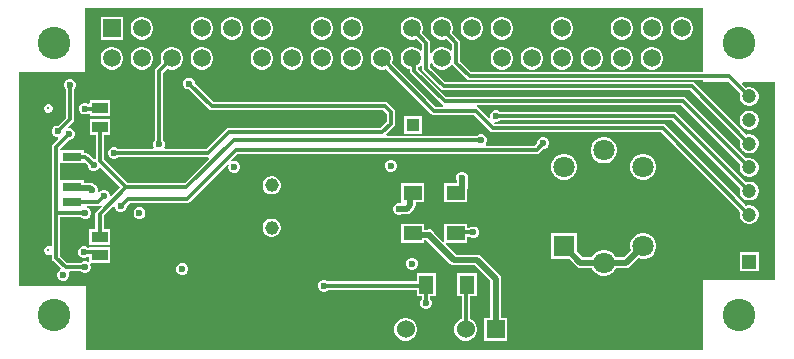
<source format=gtl>
G04*
G04 #@! TF.GenerationSoftware,Altium Limited,Altium Designer,22.3.1 (43)*
G04*
G04 Layer_Physical_Order=1*
G04 Layer_Color=255*
%FSLAX25Y25*%
%MOIN*%
G70*
G04*
G04 #@! TF.SameCoordinates,CFB6BFBE-1D4E-4C59-BBC9-44663F7F7C7A*
G04*
G04*
G04 #@! TF.FilePolarity,Positive*
G04*
G01*
G75*
%ADD16R,0.06102X0.04921*%
%ADD17R,0.04921X0.06102*%
%ADD18R,0.05315X0.03740*%
%ADD19R,0.06299X0.02756*%
%ADD34R,0.04528X0.04528*%
%ADD35C,0.04528*%
%ADD36C,0.01280*%
%ADD39C,0.01181*%
%ADD40C,0.01968*%
%ADD41R,0.06024X0.06024*%
%ADD42C,0.06024*%
%ADD43C,0.05906*%
%ADD44R,0.05906X0.05906*%
%ADD45C,0.04331*%
%ADD46R,0.04331X0.04331*%
%ADD47R,0.04724X0.04724*%
%ADD48C,0.04724*%
%ADD49R,0.07087X0.07087*%
%ADD50C,0.07087*%
%ADD51C,0.10827*%
%ADD52C,0.02362*%
G36*
X229921Y94791D02*
X152798D01*
X149082Y98507D01*
Y104606D01*
X148975Y105144D01*
X148671Y105600D01*
X146418Y107852D01*
X146438Y107887D01*
X146693Y108838D01*
Y109823D01*
X146438Y110774D01*
X145946Y111627D01*
X145249Y112324D01*
X144396Y112816D01*
X143445Y113071D01*
X142460D01*
X141509Y112816D01*
X140656Y112324D01*
X139960Y111627D01*
X139468Y110774D01*
X139213Y109823D01*
Y108838D01*
X139468Y107887D01*
X139960Y107034D01*
X140656Y106338D01*
X141509Y105845D01*
X142460Y105591D01*
X143445D01*
X144396Y105845D01*
X144431Y105866D01*
X146272Y104024D01*
Y102008D01*
X145772Y101801D01*
X145249Y102324D01*
X144396Y102816D01*
X143445Y103071D01*
X142460D01*
X141509Y102816D01*
X140656Y102324D01*
X139960Y101627D01*
X139582Y100973D01*
X139082Y101107D01*
Y104606D01*
X138975Y105144D01*
X138671Y105600D01*
X136418Y107852D01*
X136438Y107887D01*
X136693Y108838D01*
Y109823D01*
X136438Y110774D01*
X135946Y111627D01*
X135249Y112324D01*
X134396Y112816D01*
X133445Y113071D01*
X132460D01*
X131509Y112816D01*
X130656Y112324D01*
X129960Y111627D01*
X129467Y110774D01*
X129213Y109823D01*
Y108838D01*
X129467Y107887D01*
X129960Y107034D01*
X130656Y106338D01*
X131509Y105845D01*
X132460Y105591D01*
X133445D01*
X134396Y105845D01*
X134431Y105866D01*
X136272Y104024D01*
Y102008D01*
X135772Y101801D01*
X135249Y102324D01*
X134396Y102816D01*
X133445Y103071D01*
X132460D01*
X131509Y102816D01*
X130656Y102324D01*
X129960Y101627D01*
X129467Y100774D01*
X129213Y99823D01*
Y98838D01*
X129467Y97887D01*
X129960Y97034D01*
X130656Y96338D01*
X131509Y95846D01*
X132301Y95633D01*
Y95231D01*
X132408Y94693D01*
X132713Y94238D01*
X142904Y84046D01*
X143360Y83741D01*
X143488Y83716D01*
X143438Y83216D01*
X141054D01*
X126418Y97852D01*
X126438Y97887D01*
X126693Y98838D01*
Y99823D01*
X126438Y100774D01*
X125946Y101627D01*
X125249Y102324D01*
X124396Y102816D01*
X123445Y103071D01*
X122460D01*
X121509Y102816D01*
X120656Y102324D01*
X119960Y101627D01*
X119467Y100774D01*
X119213Y99823D01*
Y98838D01*
X119467Y97887D01*
X119960Y97034D01*
X120656Y96338D01*
X121509Y95846D01*
X122460Y95591D01*
X123445D01*
X124396Y95846D01*
X124431Y95865D01*
X139479Y80818D01*
X139935Y80513D01*
X140472Y80406D01*
X153670D01*
X158967Y75109D01*
X159423Y74804D01*
X159961Y74697D01*
X215953D01*
X242402Y48249D01*
X242244Y47659D01*
Y46829D01*
X242459Y46028D01*
X242873Y45310D01*
X243460Y44724D01*
X244178Y44309D01*
X244979Y44094D01*
X245808D01*
X246609Y44309D01*
X247328Y44724D01*
X247914Y45310D01*
X248329Y46028D01*
X248543Y46829D01*
Y47659D01*
X248329Y48460D01*
X247914Y49178D01*
X247328Y49764D01*
X246609Y50179D01*
X245808Y50394D01*
X244979D01*
X244389Y50236D01*
X217529Y77096D01*
X217073Y77400D01*
X216535Y77507D01*
X160617D01*
X160447Y77727D01*
X160539Y77958D01*
X160721Y78189D01*
X161415D01*
X162139Y78489D01*
X162363Y78713D01*
X219812D01*
X242402Y56123D01*
X242244Y55533D01*
Y54703D01*
X242459Y53902D01*
X242873Y53184D01*
X243460Y52598D01*
X244178Y52183D01*
X244979Y51968D01*
X245808D01*
X246609Y52183D01*
X247328Y52598D01*
X247914Y53184D01*
X248329Y53902D01*
X248543Y54703D01*
Y55533D01*
X248329Y56334D01*
X247914Y57052D01*
X247328Y57638D01*
X246609Y58053D01*
X245808Y58268D01*
X244979D01*
X244389Y58110D01*
X221387Y81112D01*
X220931Y81416D01*
X220394Y81523D01*
X162442D01*
X162139Y81826D01*
X161415Y82126D01*
X160632D01*
X159908Y81826D01*
X159355Y81273D01*
X159055Y80549D01*
Y79766D01*
X159100Y79657D01*
X158677Y79373D01*
X155245Y82805D01*
X154790Y83109D01*
X154662Y83134D01*
X154711Y83634D01*
X222764D01*
X242402Y63997D01*
X242244Y63407D01*
Y62577D01*
X242459Y61776D01*
X242873Y61058D01*
X243460Y60472D01*
X244178Y60057D01*
X244979Y59842D01*
X245808D01*
X246609Y60057D01*
X247328Y60472D01*
X247914Y61058D01*
X248329Y61776D01*
X248543Y62577D01*
Y63407D01*
X248329Y64208D01*
X247914Y64926D01*
X247328Y65512D01*
X246609Y65927D01*
X245808Y66142D01*
X244979D01*
X244389Y65984D01*
X224340Y86033D01*
X223884Y86337D01*
X223346Y86444D01*
X144480D01*
X135129Y95794D01*
X135166Y96290D01*
X135249Y96338D01*
X135772Y96861D01*
X136272Y96654D01*
Y95945D01*
X136379Y95407D01*
X136684Y94951D01*
X142589Y89046D01*
X143045Y88741D01*
X143583Y88634D01*
X225639D01*
X242402Y71871D01*
X242244Y71281D01*
Y70451D01*
X242459Y69650D01*
X242873Y68932D01*
X243460Y68346D01*
X244178Y67931D01*
X244979Y67716D01*
X245808D01*
X246609Y67931D01*
X247328Y68346D01*
X247914Y68932D01*
X248329Y69650D01*
X248543Y70451D01*
Y71281D01*
X248329Y72082D01*
X247914Y72800D01*
X247328Y73387D01*
X246609Y73801D01*
X245808Y74016D01*
X244979D01*
X244389Y73858D01*
X227214Y91033D01*
X226758Y91337D01*
X226220Y91444D01*
X144165D01*
X139082Y96527D01*
Y97555D01*
X139582Y97689D01*
X139960Y97034D01*
X140656Y96338D01*
X141509Y95846D01*
X142460Y95591D01*
X143445D01*
X144396Y95846D01*
X145249Y96338D01*
X145946Y97034D01*
X145977Y97089D01*
X146566Y97108D01*
X146684Y96931D01*
X151223Y92392D01*
X151679Y92088D01*
X152216Y91981D01*
X229921D01*
Y91339D01*
X238682D01*
X242402Y87619D01*
X242244Y87029D01*
Y86199D01*
X242459Y85399D01*
X242873Y84680D01*
X243460Y84094D01*
X244178Y83679D01*
X244979Y83465D01*
X245808D01*
X246609Y83679D01*
X247328Y84094D01*
X247914Y84680D01*
X248329Y85399D01*
X248543Y86199D01*
Y87029D01*
X248329Y87830D01*
X247914Y88548D01*
X247328Y89135D01*
X246609Y89549D01*
X245808Y89764D01*
X244979D01*
X244389Y89606D01*
X243118Y90877D01*
X243309Y91339D01*
X253937D01*
Y25591D01*
X229921D01*
Y1969D01*
X24409D01*
Y23425D01*
X1969D01*
Y94882D01*
X24016D01*
Y116142D01*
X229921D01*
Y94791D01*
D02*
G37*
%LPC*%
G36*
X223445Y113071D02*
X222460D01*
X221509Y112816D01*
X220656Y112324D01*
X219960Y111627D01*
X219467Y110774D01*
X219213Y109823D01*
Y108838D01*
X219467Y107887D01*
X219960Y107034D01*
X220656Y106338D01*
X221509Y105845D01*
X222460Y105591D01*
X223445D01*
X224396Y105845D01*
X225249Y106338D01*
X225946Y107034D01*
X226438Y107887D01*
X226693Y108838D01*
Y109823D01*
X226438Y110774D01*
X225946Y111627D01*
X225249Y112324D01*
X224396Y112816D01*
X223445Y113071D01*
D02*
G37*
G36*
X213445D02*
X212460D01*
X211509Y112816D01*
X210656Y112324D01*
X209960Y111627D01*
X209468Y110774D01*
X209213Y109823D01*
Y108838D01*
X209468Y107887D01*
X209960Y107034D01*
X210656Y106338D01*
X211509Y105845D01*
X212460Y105591D01*
X213445D01*
X214396Y105845D01*
X215249Y106338D01*
X215946Y107034D01*
X216438Y107887D01*
X216693Y108838D01*
Y109823D01*
X216438Y110774D01*
X215946Y111627D01*
X215249Y112324D01*
X214396Y112816D01*
X213445Y113071D01*
D02*
G37*
G36*
X203445D02*
X202460D01*
X201509Y112816D01*
X200656Y112324D01*
X199960Y111627D01*
X199468Y110774D01*
X199213Y109823D01*
Y108838D01*
X199468Y107887D01*
X199960Y107034D01*
X200656Y106338D01*
X201509Y105845D01*
X202460Y105591D01*
X203445D01*
X204396Y105845D01*
X205249Y106338D01*
X205946Y107034D01*
X206438Y107887D01*
X206693Y108838D01*
Y109823D01*
X206438Y110774D01*
X205946Y111627D01*
X205249Y112324D01*
X204396Y112816D01*
X203445Y113071D01*
D02*
G37*
G36*
X183445D02*
X182460D01*
X181509Y112816D01*
X180656Y112324D01*
X179960Y111627D01*
X179467Y110774D01*
X179213Y109823D01*
Y108838D01*
X179467Y107887D01*
X179960Y107034D01*
X180656Y106338D01*
X181509Y105845D01*
X182460Y105591D01*
X183445D01*
X184396Y105845D01*
X185249Y106338D01*
X185946Y107034D01*
X186438Y107887D01*
X186693Y108838D01*
Y109823D01*
X186438Y110774D01*
X185946Y111627D01*
X185249Y112324D01*
X184396Y112816D01*
X183445Y113071D01*
D02*
G37*
G36*
X163445D02*
X162460D01*
X161509Y112816D01*
X160656Y112324D01*
X159960Y111627D01*
X159467Y110774D01*
X159213Y109823D01*
Y108838D01*
X159467Y107887D01*
X159960Y107034D01*
X160656Y106338D01*
X161509Y105845D01*
X162460Y105591D01*
X163445D01*
X164396Y105845D01*
X165249Y106338D01*
X165946Y107034D01*
X166438Y107887D01*
X166693Y108838D01*
Y109823D01*
X166438Y110774D01*
X165946Y111627D01*
X165249Y112324D01*
X164396Y112816D01*
X163445Y113071D01*
D02*
G37*
G36*
X153445D02*
X152460D01*
X151509Y112816D01*
X150656Y112324D01*
X149960Y111627D01*
X149468Y110774D01*
X149213Y109823D01*
Y108838D01*
X149468Y107887D01*
X149960Y107034D01*
X150656Y106338D01*
X151509Y105845D01*
X152460Y105591D01*
X153445D01*
X154396Y105845D01*
X155249Y106338D01*
X155946Y107034D01*
X156438Y107887D01*
X156693Y108838D01*
Y109823D01*
X156438Y110774D01*
X155946Y111627D01*
X155249Y112324D01*
X154396Y112816D01*
X153445Y113071D01*
D02*
G37*
G36*
X113445D02*
X112460D01*
X111509Y112816D01*
X110656Y112324D01*
X109960Y111627D01*
X109467Y110774D01*
X109213Y109823D01*
Y108838D01*
X109467Y107887D01*
X109960Y107034D01*
X110656Y106338D01*
X111509Y105845D01*
X112460Y105591D01*
X113445D01*
X114396Y105845D01*
X115249Y106338D01*
X115946Y107034D01*
X116438Y107887D01*
X116693Y108838D01*
Y109823D01*
X116438Y110774D01*
X115946Y111627D01*
X115249Y112324D01*
X114396Y112816D01*
X113445Y113071D01*
D02*
G37*
G36*
X103445D02*
X102460D01*
X101509Y112816D01*
X100656Y112324D01*
X99960Y111627D01*
X99467Y110774D01*
X99213Y109823D01*
Y108838D01*
X99467Y107887D01*
X99960Y107034D01*
X100656Y106338D01*
X101509Y105845D01*
X102460Y105591D01*
X103445D01*
X104396Y105845D01*
X105249Y106338D01*
X105946Y107034D01*
X106438Y107887D01*
X106693Y108838D01*
Y109823D01*
X106438Y110774D01*
X105946Y111627D01*
X105249Y112324D01*
X104396Y112816D01*
X103445Y113071D01*
D02*
G37*
G36*
X83445D02*
X82460D01*
X81509Y112816D01*
X80656Y112324D01*
X79960Y111627D01*
X79467Y110774D01*
X79213Y109823D01*
Y108838D01*
X79467Y107887D01*
X79960Y107034D01*
X80656Y106338D01*
X81509Y105845D01*
X82460Y105591D01*
X83445D01*
X84396Y105845D01*
X85249Y106338D01*
X85946Y107034D01*
X86438Y107887D01*
X86693Y108838D01*
Y109823D01*
X86438Y110774D01*
X85946Y111627D01*
X85249Y112324D01*
X84396Y112816D01*
X83445Y113071D01*
D02*
G37*
G36*
X73445D02*
X72460D01*
X71509Y112816D01*
X70656Y112324D01*
X69960Y111627D01*
X69468Y110774D01*
X69213Y109823D01*
Y108838D01*
X69468Y107887D01*
X69960Y107034D01*
X70656Y106338D01*
X71509Y105845D01*
X72460Y105591D01*
X73445D01*
X74396Y105845D01*
X75249Y106338D01*
X75946Y107034D01*
X76438Y107887D01*
X76693Y108838D01*
Y109823D01*
X76438Y110774D01*
X75946Y111627D01*
X75249Y112324D01*
X74396Y112816D01*
X73445Y113071D01*
D02*
G37*
G36*
X63445D02*
X62460D01*
X61509Y112816D01*
X60656Y112324D01*
X59960Y111627D01*
X59468Y110774D01*
X59213Y109823D01*
Y108838D01*
X59468Y107887D01*
X59960Y107034D01*
X60656Y106338D01*
X61509Y105845D01*
X62460Y105591D01*
X63445D01*
X64396Y105845D01*
X65249Y106338D01*
X65946Y107034D01*
X66438Y107887D01*
X66693Y108838D01*
Y109823D01*
X66438Y110774D01*
X65946Y111627D01*
X65249Y112324D01*
X64396Y112816D01*
X63445Y113071D01*
D02*
G37*
G36*
X43445D02*
X42460D01*
X41509Y112816D01*
X40656Y112324D01*
X39960Y111627D01*
X39467Y110774D01*
X39213Y109823D01*
Y108838D01*
X39467Y107887D01*
X39960Y107034D01*
X40656Y106338D01*
X41509Y105845D01*
X42460Y105591D01*
X43445D01*
X44396Y105845D01*
X45249Y106338D01*
X45946Y107034D01*
X46438Y107887D01*
X46693Y108838D01*
Y109823D01*
X46438Y110774D01*
X45946Y111627D01*
X45249Y112324D01*
X44396Y112816D01*
X43445Y113071D01*
D02*
G37*
G36*
X36693D02*
X29213D01*
Y105591D01*
X36693D01*
Y113071D01*
D02*
G37*
G36*
X213445Y103071D02*
X212460D01*
X211509Y102816D01*
X210656Y102324D01*
X209960Y101627D01*
X209468Y100774D01*
X209213Y99823D01*
Y98838D01*
X209468Y97887D01*
X209960Y97034D01*
X210656Y96338D01*
X211509Y95846D01*
X212460Y95591D01*
X213445D01*
X214396Y95846D01*
X215249Y96338D01*
X215946Y97034D01*
X216438Y97887D01*
X216693Y98838D01*
Y99823D01*
X216438Y100774D01*
X215946Y101627D01*
X215249Y102324D01*
X214396Y102816D01*
X213445Y103071D01*
D02*
G37*
G36*
X203445D02*
X202460D01*
X201509Y102816D01*
X200656Y102324D01*
X199960Y101627D01*
X199468Y100774D01*
X199213Y99823D01*
Y98838D01*
X199468Y97887D01*
X199960Y97034D01*
X200656Y96338D01*
X201509Y95846D01*
X202460Y95591D01*
X203445D01*
X204396Y95846D01*
X205249Y96338D01*
X205946Y97034D01*
X206438Y97887D01*
X206693Y98838D01*
Y99823D01*
X206438Y100774D01*
X205946Y101627D01*
X205249Y102324D01*
X204396Y102816D01*
X203445Y103071D01*
D02*
G37*
G36*
X193445D02*
X192460D01*
X191509Y102816D01*
X190656Y102324D01*
X189960Y101627D01*
X189468Y100774D01*
X189213Y99823D01*
Y98838D01*
X189468Y97887D01*
X189960Y97034D01*
X190656Y96338D01*
X191509Y95846D01*
X192460Y95591D01*
X193445D01*
X194396Y95846D01*
X195249Y96338D01*
X195946Y97034D01*
X196438Y97887D01*
X196693Y98838D01*
Y99823D01*
X196438Y100774D01*
X195946Y101627D01*
X195249Y102324D01*
X194396Y102816D01*
X193445Y103071D01*
D02*
G37*
G36*
X183445D02*
X182460D01*
X181509Y102816D01*
X180656Y102324D01*
X179960Y101627D01*
X179467Y100774D01*
X179213Y99823D01*
Y98838D01*
X179467Y97887D01*
X179960Y97034D01*
X180656Y96338D01*
X181509Y95846D01*
X182460Y95591D01*
X183445D01*
X184396Y95846D01*
X185249Y96338D01*
X185946Y97034D01*
X186438Y97887D01*
X186693Y98838D01*
Y99823D01*
X186438Y100774D01*
X185946Y101627D01*
X185249Y102324D01*
X184396Y102816D01*
X183445Y103071D01*
D02*
G37*
G36*
X173445D02*
X172460D01*
X171509Y102816D01*
X170656Y102324D01*
X169960Y101627D01*
X169467Y100774D01*
X169213Y99823D01*
Y98838D01*
X169467Y97887D01*
X169960Y97034D01*
X170656Y96338D01*
X171509Y95846D01*
X172460Y95591D01*
X173445D01*
X174396Y95846D01*
X175249Y96338D01*
X175946Y97034D01*
X176438Y97887D01*
X176693Y98838D01*
Y99823D01*
X176438Y100774D01*
X175946Y101627D01*
X175249Y102324D01*
X174396Y102816D01*
X173445Y103071D01*
D02*
G37*
G36*
X163445D02*
X162460D01*
X161509Y102816D01*
X160656Y102324D01*
X159960Y101627D01*
X159467Y100774D01*
X159213Y99823D01*
Y98838D01*
X159467Y97887D01*
X159960Y97034D01*
X160656Y96338D01*
X161509Y95846D01*
X162460Y95591D01*
X163445D01*
X164396Y95846D01*
X165249Y96338D01*
X165946Y97034D01*
X166438Y97887D01*
X166693Y98838D01*
Y99823D01*
X166438Y100774D01*
X165946Y101627D01*
X165249Y102324D01*
X164396Y102816D01*
X163445Y103071D01*
D02*
G37*
G36*
X113445D02*
X112460D01*
X111509Y102816D01*
X110656Y102324D01*
X109960Y101627D01*
X109467Y100774D01*
X109213Y99823D01*
Y98838D01*
X109467Y97887D01*
X109960Y97034D01*
X110656Y96338D01*
X111509Y95846D01*
X112460Y95591D01*
X113445D01*
X114396Y95846D01*
X115249Y96338D01*
X115946Y97034D01*
X116438Y97887D01*
X116693Y98838D01*
Y99823D01*
X116438Y100774D01*
X115946Y101627D01*
X115249Y102324D01*
X114396Y102816D01*
X113445Y103071D01*
D02*
G37*
G36*
X103445D02*
X102460D01*
X101509Y102816D01*
X100656Y102324D01*
X99960Y101627D01*
X99467Y100774D01*
X99213Y99823D01*
Y98838D01*
X99467Y97887D01*
X99960Y97034D01*
X100656Y96338D01*
X101509Y95846D01*
X102460Y95591D01*
X103445D01*
X104396Y95846D01*
X105249Y96338D01*
X105946Y97034D01*
X106438Y97887D01*
X106693Y98838D01*
Y99823D01*
X106438Y100774D01*
X105946Y101627D01*
X105249Y102324D01*
X104396Y102816D01*
X103445Y103071D01*
D02*
G37*
G36*
X93445D02*
X92460D01*
X91509Y102816D01*
X90656Y102324D01*
X89960Y101627D01*
X89468Y100774D01*
X89213Y99823D01*
Y98838D01*
X89468Y97887D01*
X89960Y97034D01*
X90656Y96338D01*
X91509Y95846D01*
X92460Y95591D01*
X93445D01*
X94396Y95846D01*
X95249Y96338D01*
X95946Y97034D01*
X96438Y97887D01*
X96693Y98838D01*
Y99823D01*
X96438Y100774D01*
X95946Y101627D01*
X95249Y102324D01*
X94396Y102816D01*
X93445Y103071D01*
D02*
G37*
G36*
X83445D02*
X82460D01*
X81509Y102816D01*
X80656Y102324D01*
X79960Y101627D01*
X79467Y100774D01*
X79213Y99823D01*
Y98838D01*
X79467Y97887D01*
X79960Y97034D01*
X80656Y96338D01*
X81509Y95846D01*
X82460Y95591D01*
X83445D01*
X84396Y95846D01*
X85249Y96338D01*
X85946Y97034D01*
X86438Y97887D01*
X86693Y98838D01*
Y99823D01*
X86438Y100774D01*
X85946Y101627D01*
X85249Y102324D01*
X84396Y102816D01*
X83445Y103071D01*
D02*
G37*
G36*
X63445D02*
X62460D01*
X61509Y102816D01*
X60656Y102324D01*
X59960Y101627D01*
X59468Y100774D01*
X59213Y99823D01*
Y98838D01*
X59468Y97887D01*
X59960Y97034D01*
X60656Y96338D01*
X61509Y95846D01*
X62460Y95591D01*
X63445D01*
X64396Y95846D01*
X65249Y96338D01*
X65946Y97034D01*
X66438Y97887D01*
X66693Y98838D01*
Y99823D01*
X66438Y100774D01*
X65946Y101627D01*
X65249Y102324D01*
X64396Y102816D01*
X63445Y103071D01*
D02*
G37*
G36*
X53445D02*
X52460D01*
X51509Y102816D01*
X50656Y102324D01*
X49960Y101627D01*
X49468Y100774D01*
X49213Y99823D01*
Y98838D01*
X49468Y97887D01*
X49488Y97852D01*
X47707Y96072D01*
X47403Y95616D01*
X47296Y95079D01*
Y72009D01*
X47032Y71745D01*
X46732Y71021D01*
Y70238D01*
X46971Y69661D01*
X46733Y69161D01*
X35080D01*
X34816Y69425D01*
X34092Y69724D01*
X33309D01*
X32586Y69425D01*
X32032Y68871D01*
X31732Y68147D01*
Y67364D01*
X32032Y66641D01*
X32586Y66087D01*
X33309Y65787D01*
X34092D01*
X34816Y66087D01*
X35080Y66351D01*
X65039D01*
X65140Y66371D01*
X65386Y65910D01*
X57227Y57751D01*
X38407D01*
X30460Y65697D01*
Y73898D01*
X32500D01*
Y79213D01*
X25610D01*
Y73898D01*
X27650D01*
Y65876D01*
X27281Y65630D01*
X26908D01*
X25049Y67489D01*
X24593Y67794D01*
X24055Y67901D01*
X23563D01*
Y68661D01*
X15814D01*
Y69221D01*
X18641Y72047D01*
X19014D01*
X19737Y72347D01*
X20291Y72901D01*
X20591Y73624D01*
Y74407D01*
X20291Y75131D01*
X19737Y75685D01*
X19014Y75984D01*
X18599D01*
X18392Y76484D01*
X19930Y78022D01*
X20235Y78478D01*
X20342Y79016D01*
Y89094D01*
X20606Y89357D01*
X20906Y90081D01*
Y90864D01*
X20606Y91588D01*
X20052Y92141D01*
X19329Y92441D01*
X18545D01*
X17822Y92141D01*
X17268Y91588D01*
X16969Y90864D01*
Y90081D01*
X17268Y89357D01*
X17532Y89094D01*
Y79598D01*
X14863Y76929D01*
X14490D01*
X13767Y76629D01*
X13213Y76076D01*
X12913Y75352D01*
Y74569D01*
X13213Y73846D01*
X13767Y73292D01*
X14490Y72992D01*
X14904D01*
X15112Y72492D01*
X13416Y70797D01*
X13111Y70341D01*
X13004Y69803D01*
Y47835D01*
Y36844D01*
X12799Y36710D01*
X12505Y36594D01*
X12052Y36781D01*
X11485D01*
X10960Y36564D01*
X10559Y36163D01*
X10341Y35638D01*
Y35070D01*
X10559Y34546D01*
X10960Y34144D01*
X11485Y33927D01*
X12052D01*
X12505Y34114D01*
X12799Y33999D01*
X13004Y33865D01*
Y32795D01*
X13111Y32258D01*
X13416Y31802D01*
X15869Y29349D01*
X15771Y28859D01*
X15617Y28795D01*
X15064Y28241D01*
X14764Y27518D01*
Y26734D01*
X15064Y26011D01*
X15617Y25457D01*
X16341Y25157D01*
X17124D01*
X17847Y25457D01*
X18401Y26011D01*
X18701Y26734D01*
Y27518D01*
X18592Y27780D01*
X18926Y28280D01*
X22597D01*
X22861Y28016D01*
X23585Y27716D01*
X24368D01*
X25091Y28016D01*
X25645Y28570D01*
X25945Y29294D01*
Y30077D01*
X25760Y30524D01*
X26075Y31024D01*
X32303D01*
Y36339D01*
X25413D01*
Y36262D01*
X24913Y36138D01*
X24737Y36314D01*
X24014Y36614D01*
X23231D01*
X22507Y36314D01*
X21953Y35761D01*
X21654Y35037D01*
Y34254D01*
X21953Y33531D01*
X22507Y32977D01*
X23231Y32677D01*
X24014D01*
X24737Y32977D01*
X24913Y33153D01*
X25413Y33029D01*
Y31685D01*
X24913Y31428D01*
X24368Y31653D01*
X23585D01*
X22861Y31354D01*
X22597Y31090D01*
X18102D01*
X15814Y33377D01*
Y46312D01*
X22715D01*
X22979Y46048D01*
X23703Y45748D01*
X24486D01*
X25210Y46048D01*
X25763Y46602D01*
X26063Y47325D01*
Y48108D01*
X25763Y48832D01*
X25210Y49385D01*
X24713Y49591D01*
X24812Y50091D01*
X28186D01*
X28724Y50198D01*
X29180Y50503D01*
X29514Y50141D01*
X27865Y48492D01*
X27560Y48036D01*
X27453Y47499D01*
Y42441D01*
X25413D01*
Y37126D01*
X32303D01*
Y42441D01*
X30263D01*
Y46917D01*
X33398Y50051D01*
X33898Y49844D01*
Y49648D01*
X34197Y48924D01*
X34751Y48371D01*
X35475Y48071D01*
X36258D01*
X36981Y48371D01*
X37535Y48924D01*
X37835Y49648D01*
Y50021D01*
X38889Y51075D01*
X57874D01*
X58412Y51182D01*
X58868Y51487D01*
X71544Y64163D01*
X71968Y63880D01*
X71811Y63502D01*
Y62719D01*
X72111Y61995D01*
X72664Y61441D01*
X73388Y61142D01*
X74171D01*
X74895Y61441D01*
X75448Y61995D01*
X75748Y62719D01*
Y63502D01*
X75448Y64225D01*
X74895Y64779D01*
X74171Y65079D01*
X73388D01*
X73010Y64922D01*
X72727Y65346D01*
X74834Y67453D01*
X174606D01*
X175144Y67560D01*
X175600Y67865D01*
X176790Y69055D01*
X177163D01*
X177887Y69355D01*
X178440Y69909D01*
X178740Y70632D01*
Y71415D01*
X178440Y72139D01*
X177887Y72692D01*
X177163Y72992D01*
X176380D01*
X175657Y72692D01*
X175103Y72139D01*
X174803Y71415D01*
Y71042D01*
X174024Y70263D01*
X157770D01*
X157563Y70763D01*
X157692Y70893D01*
X157992Y71616D01*
Y72399D01*
X157692Y73123D01*
X157139Y73677D01*
X156415Y73976D01*
X155632D01*
X154909Y73677D01*
X154763Y73531D01*
X124571D01*
X124364Y74031D01*
X126899Y76566D01*
X127204Y77021D01*
X127311Y77559D01*
Y81378D01*
X127204Y81916D01*
X126899Y82371D01*
X124891Y84379D01*
X124435Y84684D01*
X123898Y84791D01*
X66802D01*
X60630Y90963D01*
Y91336D01*
X60330Y92060D01*
X59777Y92614D01*
X59053Y92913D01*
X58270D01*
X57546Y92614D01*
X56993Y92060D01*
X56693Y91336D01*
Y90553D01*
X56993Y89830D01*
X57546Y89276D01*
X58270Y88976D01*
X58643D01*
X65227Y82392D01*
X65683Y82088D01*
X66220Y81981D01*
X123316D01*
X124501Y80796D01*
Y78141D01*
X122489Y76129D01*
X72008D01*
X71470Y76022D01*
X71014Y75718D01*
X64457Y69161D01*
X50669D01*
X50430Y69661D01*
X50669Y70238D01*
Y71021D01*
X50370Y71745D01*
X50106Y72009D01*
Y94497D01*
X51474Y95865D01*
X51509Y95846D01*
X52460Y95591D01*
X53445D01*
X54396Y95846D01*
X55249Y96338D01*
X55946Y97034D01*
X56438Y97887D01*
X56693Y98838D01*
Y99823D01*
X56438Y100774D01*
X55946Y101627D01*
X55249Y102324D01*
X54396Y102816D01*
X53445Y103071D01*
D02*
G37*
G36*
X43445D02*
X42460D01*
X41509Y102816D01*
X40656Y102324D01*
X39960Y101627D01*
X39467Y100774D01*
X39213Y99823D01*
Y98838D01*
X39467Y97887D01*
X39960Y97034D01*
X40656Y96338D01*
X41509Y95846D01*
X42460Y95591D01*
X43445D01*
X44396Y95846D01*
X45249Y96338D01*
X45946Y97034D01*
X46438Y97887D01*
X46693Y98838D01*
Y99823D01*
X46438Y100774D01*
X45946Y101627D01*
X45249Y102324D01*
X44396Y102816D01*
X43445Y103071D01*
D02*
G37*
G36*
X33445D02*
X32460D01*
X31509Y102816D01*
X30656Y102324D01*
X29960Y101627D01*
X29467Y100774D01*
X29213Y99823D01*
Y98838D01*
X29467Y97887D01*
X29960Y97034D01*
X30656Y96338D01*
X31509Y95846D01*
X32460Y95591D01*
X33445D01*
X34396Y95846D01*
X35249Y96338D01*
X35946Y97034D01*
X36438Y97887D01*
X36693Y98838D01*
Y99823D01*
X36438Y100774D01*
X35946Y101627D01*
X35249Y102324D01*
X34396Y102816D01*
X33445Y103071D01*
D02*
G37*
G36*
X32500Y85315D02*
X25610D01*
Y84495D01*
X25131Y84267D01*
X24407Y84567D01*
X23624D01*
X22901Y84267D01*
X22347Y83714D01*
X22047Y82990D01*
Y82207D01*
X22347Y81483D01*
X22901Y80930D01*
X23624Y80630D01*
X24407D01*
X25131Y80930D01*
X25610Y80702D01*
Y80000D01*
X32500D01*
Y85315D01*
D02*
G37*
G36*
X12052Y84065D02*
X11485D01*
X10960Y83848D01*
X10559Y83446D01*
X10341Y82922D01*
Y82354D01*
X10559Y81829D01*
X10960Y81428D01*
X11485Y81211D01*
X12052D01*
X12577Y81428D01*
X12978Y81829D01*
X13196Y82354D01*
Y82922D01*
X12978Y83446D01*
X12577Y83848D01*
X12052Y84065D01*
D02*
G37*
G36*
X245808Y81890D02*
X244979D01*
X244178Y81675D01*
X243460Y81261D01*
X242873Y80674D01*
X242459Y79956D01*
X242244Y79155D01*
Y78325D01*
X242459Y77525D01*
X242873Y76806D01*
X243460Y76220D01*
X244178Y75805D01*
X244979Y75590D01*
X245808D01*
X246609Y75805D01*
X247328Y76220D01*
X247914Y76806D01*
X248329Y77525D01*
X248543Y78325D01*
Y79155D01*
X248329Y79956D01*
X247914Y80674D01*
X247328Y81261D01*
X246609Y81675D01*
X245808Y81890D01*
D02*
G37*
G36*
X136221Y80158D02*
X130315D01*
Y74252D01*
X136221D01*
Y80158D01*
D02*
G37*
G36*
X197460Y72969D02*
X196320D01*
X195218Y72673D01*
X194231Y72103D01*
X193424Y71297D01*
X192854Y70309D01*
X192559Y69208D01*
Y68068D01*
X192854Y66966D01*
X193424Y65979D01*
X194231Y65172D01*
X195218Y64602D01*
X196320Y64307D01*
X197460D01*
X198561Y64602D01*
X199549Y65172D01*
X200355Y65979D01*
X200925Y66966D01*
X201220Y68068D01*
Y69208D01*
X200925Y70309D01*
X200355Y71297D01*
X199549Y72103D01*
X198561Y72673D01*
X197460Y72969D01*
D02*
G37*
G36*
X126336Y65472D02*
X125553D01*
X124830Y65173D01*
X124276Y64619D01*
X123976Y63895D01*
Y63112D01*
X124276Y62389D01*
X124830Y61835D01*
X125553Y61535D01*
X126336D01*
X127060Y61835D01*
X127614Y62389D01*
X127913Y63112D01*
Y63895D01*
X127614Y64619D01*
X127060Y65173D01*
X126336Y65472D01*
D02*
G37*
G36*
X210684Y67492D02*
X209544D01*
X208443Y67197D01*
X207455Y66627D01*
X206649Y65820D01*
X206079Y64833D01*
X205784Y63732D01*
Y62591D01*
X206079Y61490D01*
X206649Y60502D01*
X207455Y59696D01*
X208443Y59126D01*
X209544Y58831D01*
X210684D01*
X211786Y59126D01*
X212773Y59696D01*
X213580Y60502D01*
X214150Y61490D01*
X214445Y62591D01*
Y63732D01*
X214150Y64833D01*
X213580Y65820D01*
X212773Y66627D01*
X211786Y67197D01*
X210684Y67492D01*
D02*
G37*
G36*
X184236D02*
X183095D01*
X181994Y67197D01*
X181006Y66627D01*
X180200Y65820D01*
X179630Y64833D01*
X179335Y63732D01*
Y62591D01*
X179630Y61490D01*
X180200Y60502D01*
X181006Y59696D01*
X181994Y59126D01*
X183095Y58831D01*
X184236D01*
X185337Y59126D01*
X186325Y59696D01*
X187131Y60502D01*
X187701Y61490D01*
X187996Y62591D01*
Y63732D01*
X187701Y64833D01*
X187131Y65820D01*
X186325Y66627D01*
X185337Y67197D01*
X184236Y67492D01*
D02*
G37*
G36*
X86655Y60059D02*
X85851D01*
X85075Y59851D01*
X84379Y59449D01*
X83811Y58881D01*
X83410Y58186D01*
X83202Y57410D01*
Y56606D01*
X83410Y55830D01*
X83811Y55134D01*
X84379Y54566D01*
X85075Y54165D01*
X85851Y53957D01*
X86655D01*
X87431Y54165D01*
X88126Y54566D01*
X88694Y55134D01*
X89096Y55830D01*
X89304Y56606D01*
Y57410D01*
X89096Y58186D01*
X88694Y58881D01*
X88126Y59449D01*
X87431Y59851D01*
X86655Y60059D01*
D02*
G37*
G36*
X150116Y61575D02*
X149333D01*
X148609Y61275D01*
X148056Y60721D01*
X147756Y59998D01*
Y59215D01*
X147918Y58823D01*
Y57835D01*
X143799D01*
Y51339D01*
X151476D01*
Y55888D01*
X151511Y56063D01*
Y56574D01*
X151531Y56673D01*
Y58823D01*
X151693Y59215D01*
Y59998D01*
X151393Y60721D01*
X150839Y61275D01*
X150116Y61575D01*
D02*
G37*
G36*
X137067Y57815D02*
X129390D01*
Y51448D01*
X129044Y51095D01*
X128996Y51063D01*
X128231D01*
X127507Y50763D01*
X126953Y50210D01*
X126654Y49486D01*
Y48703D01*
X126953Y47979D01*
X127507Y47426D01*
X128231Y47126D01*
X129014D01*
X129587Y47363D01*
X131248D01*
X131940Y47501D01*
X132526Y47892D01*
X133679Y49046D01*
X134070Y49632D01*
X134208Y50323D01*
Y51319D01*
X137067D01*
Y57815D01*
D02*
G37*
G36*
X42557Y49724D02*
X41774D01*
X41050Y49425D01*
X40497Y48871D01*
X40197Y48147D01*
Y47364D01*
X40497Y46641D01*
X41050Y46087D01*
X41774Y45787D01*
X42557D01*
X43280Y46087D01*
X43834Y46641D01*
X44134Y47364D01*
Y48147D01*
X43834Y48871D01*
X43280Y49425D01*
X42557Y49724D01*
D02*
G37*
G36*
X86655Y45917D02*
X85851D01*
X85075Y45709D01*
X84379Y45308D01*
X83811Y44740D01*
X83410Y44044D01*
X83202Y43268D01*
Y42464D01*
X83410Y41688D01*
X83811Y40993D01*
X84379Y40425D01*
X85075Y40023D01*
X85851Y39815D01*
X86655D01*
X87431Y40023D01*
X88126Y40425D01*
X88694Y40993D01*
X89096Y41688D01*
X89304Y42464D01*
Y43268D01*
X89096Y44044D01*
X88694Y44740D01*
X88126Y45308D01*
X87431Y45709D01*
X86655Y45917D01*
D02*
G37*
G36*
X151476Y44252D02*
X143799D01*
Y38424D01*
X143337Y38233D01*
X140492Y41078D01*
X140330Y41469D01*
X139777Y42023D01*
X139053Y42323D01*
X138270D01*
X138060Y42236D01*
X137067D01*
Y44232D01*
X129390D01*
Y37736D01*
X137067D01*
Y38623D01*
X137697D01*
X137938Y38523D01*
X145613Y30849D01*
X146198Y30457D01*
X146890Y30320D01*
X153858D01*
X159139Y25039D01*
Y12854D01*
X157146D01*
Y5256D01*
X164744D01*
Y12854D01*
X162751D01*
Y25787D01*
X162614Y26479D01*
X162222Y27065D01*
X155884Y33403D01*
X155298Y33795D01*
X154606Y33932D01*
X147638D01*
X144276Y37294D01*
X144468Y37756D01*
X151476D01*
Y39894D01*
X152046D01*
X152310Y39630D01*
X153034Y39331D01*
X153817D01*
X154540Y39630D01*
X155094Y40184D01*
X155394Y40908D01*
Y41691D01*
X155094Y42414D01*
X154540Y42968D01*
X153817Y43268D01*
X153034D01*
X152310Y42968D01*
X152046Y42704D01*
X151476D01*
Y44252D01*
D02*
G37*
G36*
X210684Y41043D02*
X209544D01*
X208443Y40748D01*
X207455Y40178D01*
X206649Y39372D01*
X206079Y38384D01*
X205784Y37283D01*
Y36142D01*
X205998Y35343D01*
X203697Y33043D01*
X200848D01*
X200355Y33895D01*
X199549Y34702D01*
X198561Y35272D01*
X197460Y35567D01*
X196320D01*
X195218Y35272D01*
X194231Y34702D01*
X193424Y33895D01*
X192932Y33043D01*
X189890D01*
X187996Y34936D01*
Y41043D01*
X179335D01*
Y32382D01*
X185442D01*
X187864Y29959D01*
X188451Y29567D01*
X189142Y29430D01*
X192932D01*
X193424Y28577D01*
X194231Y27771D01*
X195218Y27201D01*
X196320Y26906D01*
X197460D01*
X198561Y27201D01*
X199549Y27771D01*
X200355Y28577D01*
X200848Y29430D01*
X204445D01*
X205136Y29567D01*
X205722Y29959D01*
X208441Y32678D01*
X208443Y32677D01*
X209544Y32382D01*
X210684D01*
X211786Y32677D01*
X212773Y33247D01*
X213580Y34054D01*
X214150Y35041D01*
X214445Y36142D01*
Y37283D01*
X214150Y38384D01*
X213580Y39372D01*
X212773Y40178D01*
X211786Y40748D01*
X210684Y41043D01*
D02*
G37*
G36*
X133423Y32874D02*
X132640D01*
X131916Y32574D01*
X131363Y32021D01*
X131063Y31297D01*
Y30514D01*
X131363Y29790D01*
X131916Y29237D01*
X132640Y28937D01*
X133423D01*
X134147Y29237D01*
X134700Y29790D01*
X135000Y30514D01*
Y31297D01*
X134700Y32021D01*
X134147Y32574D01*
X133423Y32874D01*
D02*
G37*
G36*
X248543Y34646D02*
X242244D01*
Y28346D01*
X248543D01*
Y34646D01*
D02*
G37*
G36*
X56848Y30984D02*
X56065D01*
X55342Y30685D01*
X54788Y30131D01*
X54488Y29407D01*
Y28624D01*
X54788Y27901D01*
X55342Y27347D01*
X56065Y27047D01*
X56848D01*
X57572Y27347D01*
X58126Y27901D01*
X58425Y28624D01*
Y29407D01*
X58126Y30131D01*
X57572Y30685D01*
X56848Y30984D01*
D02*
G37*
G36*
X141063Y27657D02*
X134567D01*
Y24948D01*
X105040D01*
X104777Y25212D01*
X104053Y25512D01*
X103270D01*
X102546Y25212D01*
X101993Y24658D01*
X101693Y23935D01*
Y23152D01*
X101993Y22428D01*
X102546Y21874D01*
X103270Y21575D01*
X104053D01*
X104777Y21874D01*
X105040Y22138D01*
X134567D01*
Y19980D01*
X136233D01*
Y19095D01*
X135969Y18832D01*
X135669Y18108D01*
Y17325D01*
X135969Y16601D01*
X136523Y16048D01*
X137246Y15748D01*
X138029D01*
X138753Y16048D01*
X139307Y16601D01*
X139606Y17325D01*
Y18108D01*
X139307Y18832D01*
X139043Y19095D01*
Y19980D01*
X141063D01*
Y27657D01*
D02*
G37*
G36*
X154646D02*
X148150D01*
Y19980D01*
X149540D01*
Y12612D01*
X149478Y12595D01*
X148612Y12095D01*
X147905Y11388D01*
X147405Y10522D01*
X147146Y9555D01*
Y8555D01*
X147405Y7589D01*
X147905Y6722D01*
X148612Y6015D01*
X149478Y5515D01*
X150445Y5256D01*
X151445D01*
X152411Y5515D01*
X153278Y6015D01*
X153985Y6722D01*
X154485Y7589D01*
X154744Y8555D01*
Y9555D01*
X154485Y10522D01*
X153985Y11388D01*
X153278Y12095D01*
X152411Y12595D01*
X152350Y12612D01*
Y19980D01*
X154646D01*
Y27657D01*
D02*
G37*
G36*
X131445Y12854D02*
X130445D01*
X129478Y12595D01*
X128612Y12095D01*
X127905Y11388D01*
X127405Y10522D01*
X127146Y9555D01*
Y8555D01*
X127405Y7589D01*
X127905Y6722D01*
X128612Y6015D01*
X129478Y5515D01*
X130445Y5256D01*
X131445D01*
X132411Y5515D01*
X133278Y6015D01*
X133985Y6722D01*
X134485Y7589D01*
X134744Y8555D01*
Y9555D01*
X134485Y10522D01*
X133985Y11388D01*
X133278Y12095D01*
X132411Y12595D01*
X131445Y12854D01*
D02*
G37*
%LPD*%
G36*
X24921Y63643D02*
Y63270D01*
X25221Y62546D01*
X25775Y61993D01*
X26498Y61693D01*
X27281D01*
X28005Y61993D01*
X28559Y62546D01*
X28667Y62809D01*
X29257Y62926D01*
X35778Y56405D01*
X32783Y53411D01*
X32283Y53618D01*
Y53935D01*
X31984Y54658D01*
X31430Y55212D01*
X30707Y55512D01*
X29923D01*
X29200Y55212D01*
X28732Y54744D01*
X28308Y55027D01*
X28346Y55120D01*
Y55903D01*
X28047Y56627D01*
X27493Y57181D01*
X26869Y57439D01*
X26372Y57771D01*
X25681Y57909D01*
X23563D01*
Y58661D01*
X15814D01*
Y64331D01*
X23563D01*
Y64348D01*
X24025Y64539D01*
X24921Y63643D01*
D02*
G37*
D16*
X133228Y54567D02*
D03*
Y40984D02*
D03*
X147638Y41004D02*
D03*
Y54587D02*
D03*
D17*
X137815Y23819D02*
D03*
X151398D02*
D03*
D18*
X29055Y82657D02*
D03*
Y76555D02*
D03*
X28858Y33681D02*
D03*
Y39783D02*
D03*
D19*
X19626Y51496D02*
D03*
Y56496D02*
D03*
Y61496D02*
D03*
Y66496D02*
D03*
D34*
X72111Y57008D02*
D03*
D35*
X86253D02*
D03*
Y42866D02*
D03*
D36*
X11768Y82638D02*
D03*
Y35354D02*
D03*
D39*
X27894Y34646D02*
X28858Y33681D01*
X23622Y34646D02*
X27894D01*
X66220Y83386D02*
X123898D01*
X58661Y90945D02*
X66220Y83386D01*
X48701Y70630D02*
Y95079D01*
X52953Y99331D01*
X37705Y56346D02*
X57809D01*
X29055Y65115D02*
X37705Y56465D01*
X57809Y56346D02*
X73589Y72126D01*
X137638Y17717D02*
Y23642D01*
X19626Y66496D02*
X24055D01*
X26890Y63661D01*
X125906Y77559D02*
Y81378D01*
X72008Y74724D02*
X123071D01*
X123898Y83386D02*
X125906Y81378D01*
X123071Y74724D02*
X125906Y77559D01*
X65039Y67756D02*
X72008Y74724D01*
X28186Y51496D02*
X30234Y53543D01*
X19626Y51496D02*
X28186D01*
X30234Y53543D02*
X30315D01*
X28858Y47499D02*
X37705Y56346D01*
X28858Y39783D02*
Y47499D01*
X103661Y23543D02*
X137539D01*
X137638Y23642D01*
X137815Y23819D01*
X14410Y47835D02*
Y69803D01*
X18622Y74016D01*
X17520Y29685D02*
X23976D01*
X14410Y32795D02*
Y47835D01*
Y32795D02*
X17520Y29685D01*
X14410Y47835D02*
X14528Y47717D01*
X24094D01*
X38307Y52480D02*
X57874D01*
X35866Y50039D02*
X38307Y52480D01*
X57874D02*
X74252Y68858D01*
X174606D01*
X33701Y67756D02*
X65039D01*
X174606Y68858D02*
X176772Y71024D01*
X37705Y56346D02*
Y56465D01*
X155905Y72126D02*
X156024Y72008D01*
X73589Y72126D02*
X155905D01*
X147638Y41004D02*
X147933Y41299D01*
X153425D01*
X14882Y74961D02*
X18937Y79016D01*
Y90472D01*
X29055Y65115D02*
Y76555D01*
X122953Y99331D02*
X140472Y81811D01*
X154252D02*
X159961Y76102D01*
X140472Y81811D02*
X154252D01*
X143898Y85039D02*
X223346D01*
X133706Y95231D02*
X143898Y85039D01*
X223346D02*
X245394Y62992D01*
X159961Y76102D02*
X216535D01*
X161063Y80118D02*
X220394D01*
X161024Y80158D02*
X161063Y80118D01*
X220394D02*
X245394Y55118D01*
X133706Y95231D02*
Y98577D01*
X137677Y95945D02*
X143583Y90039D01*
X226220D01*
X132953Y99331D02*
X133706Y98577D01*
X137677Y95945D02*
Y104606D01*
X216535Y76102D02*
X245394Y47244D01*
X132953Y109331D02*
X137677Y104606D01*
X226220Y90039D02*
X245394Y70866D01*
X150945Y8976D02*
Y23366D01*
X151398Y23819D01*
X152216Y93386D02*
X238622D01*
X147677Y97925D02*
X152216Y93386D01*
X147677Y97925D02*
Y104606D01*
X142953Y109331D02*
X147677Y104606D01*
X238622Y93386D02*
X245394Y86614D01*
X28996Y82598D02*
X29055Y82657D01*
X24016Y82598D02*
X28996D01*
D40*
X133228Y40984D02*
X133783Y40430D01*
X138586D01*
X138661Y40354D01*
X132402Y53740D02*
X133228Y54567D01*
X131248Y49170D02*
X132402Y50323D01*
Y53740D01*
X128697Y49170D02*
X131248D01*
X128622Y49095D02*
X128697Y49170D01*
X138661Y40354D02*
X146890Y32126D01*
X154606D01*
X160945Y25787D01*
Y8976D02*
Y25787D01*
X20331Y56496D02*
X20724Y56102D01*
X25681D01*
X20331Y61496D02*
X20724Y61102D01*
X24724D01*
X26378Y59449D01*
X26271Y55512D02*
X26378D01*
X25681Y56102D02*
X26271Y55512D01*
X149705Y56063D02*
Y56653D01*
X149724Y56673D01*
Y59606D01*
X147638Y54587D02*
X148228D01*
X149705Y56063D01*
X189142Y31236D02*
X196890D01*
X183665Y36713D02*
X189142Y31236D01*
X204445D02*
X209922Y36713D01*
X210114D01*
X196890Y31236D02*
X204445D01*
D41*
X160945Y9055D02*
D03*
D42*
X150945D02*
D03*
X140945D02*
D03*
X130945D02*
D03*
D43*
X222953Y99331D02*
D03*
X212953D02*
D03*
X202953D02*
D03*
X222953Y109331D02*
D03*
X212953D02*
D03*
X202953D02*
D03*
X172953Y99331D02*
D03*
Y109331D02*
D03*
X152953Y99331D02*
D03*
Y109331D02*
D03*
X142953Y99331D02*
D03*
Y109331D02*
D03*
X132953Y99331D02*
D03*
Y109331D02*
D03*
X122953Y99331D02*
D03*
Y109331D02*
D03*
X102953Y99331D02*
D03*
Y109331D02*
D03*
X82953Y99331D02*
D03*
Y109331D02*
D03*
X62953Y99331D02*
D03*
Y109331D02*
D03*
X32953Y99331D02*
D03*
X42953Y109331D02*
D03*
Y99331D02*
D03*
X52953Y109331D02*
D03*
Y99331D02*
D03*
X72953Y109331D02*
D03*
Y99331D02*
D03*
X92953Y109331D02*
D03*
Y99331D02*
D03*
X112953Y109331D02*
D03*
Y99331D02*
D03*
X162953Y109331D02*
D03*
Y99331D02*
D03*
X182953Y109331D02*
D03*
Y99331D02*
D03*
X192953Y109331D02*
D03*
Y99331D02*
D03*
D44*
X32953Y109331D02*
D03*
D45*
X143110Y77205D02*
D03*
D46*
X133268D02*
D03*
D47*
X245394Y31496D02*
D03*
D48*
Y39370D02*
D03*
Y47244D02*
D03*
Y55118D02*
D03*
Y62992D02*
D03*
Y70866D02*
D03*
Y78740D02*
D03*
Y86614D02*
D03*
D49*
X183665Y36713D02*
D03*
D50*
X196890Y31236D02*
D03*
X210114Y36713D02*
D03*
Y63161D02*
D03*
X196890Y68638D02*
D03*
X183665Y63161D02*
D03*
D51*
X242126Y104331D02*
D03*
X13780D02*
D03*
X242126Y13780D02*
D03*
X13780D02*
D03*
D52*
X23622Y34646D02*
D03*
X58661Y90945D02*
D03*
X48701Y70630D02*
D03*
X128622Y49095D02*
D03*
X111417Y47205D02*
D03*
X86142Y22500D02*
D03*
X123268Y17874D02*
D03*
X137638Y17717D02*
D03*
X103661Y23543D02*
D03*
X47638Y43701D02*
D03*
X34646Y71260D02*
D03*
X5118Y41732D02*
D03*
X9055Y75590D02*
D03*
X7220Y27953D02*
D03*
X39764Y23228D02*
D03*
X56299Y12205D02*
D03*
X163386Y32283D02*
D03*
X167717Y65354D02*
D03*
X23622Y74410D02*
D03*
X26378Y59449D02*
D03*
Y55512D02*
D03*
X30315Y53543D02*
D03*
X42165Y47756D02*
D03*
X73779Y63110D02*
D03*
X125945Y63504D02*
D03*
X133031Y30906D02*
D03*
X56457Y29016D02*
D03*
X18622Y74016D02*
D03*
X24094Y47717D02*
D03*
X35866Y50039D02*
D03*
X33701Y67756D02*
D03*
X176772Y71024D02*
D03*
X156024Y72008D02*
D03*
X149724Y59606D02*
D03*
X14882Y74961D02*
D03*
X18937Y90472D02*
D03*
X26890Y63661D02*
D03*
X138661Y40354D02*
D03*
X153425Y41299D02*
D03*
X161024Y80158D02*
D03*
X16732Y27126D02*
D03*
X23976Y29685D02*
D03*
X24016Y82598D02*
D03*
M02*

</source>
